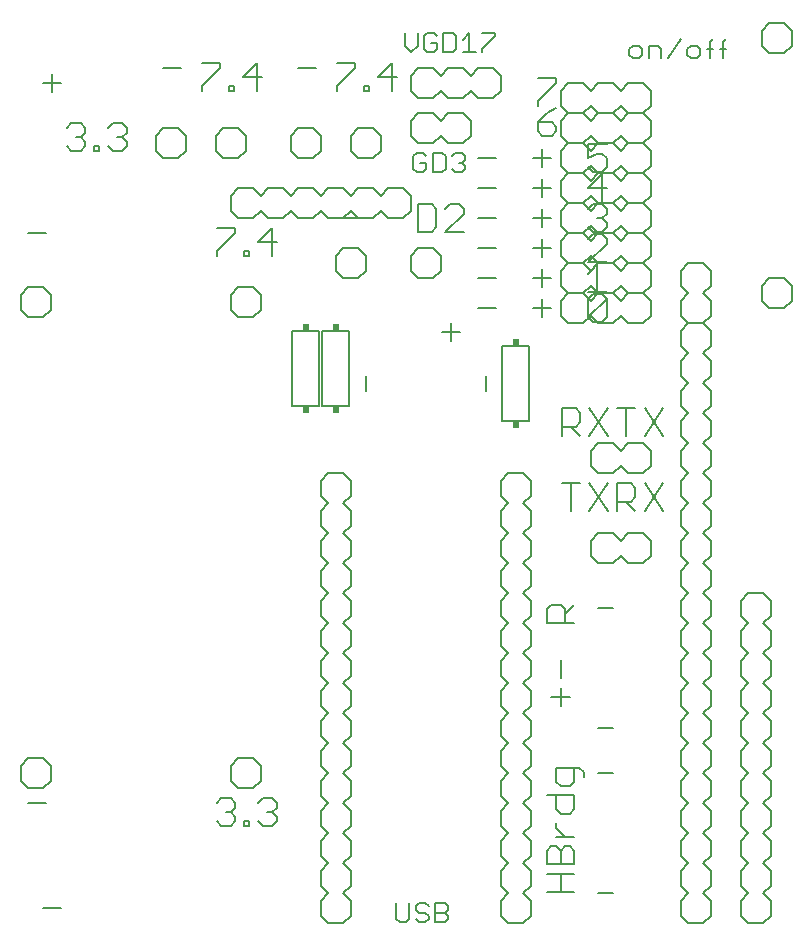
<source format=gbr>
G04 EAGLE Gerber RS-274X export*
G75*
%MOMM*%
%FSLAX34Y34*%
%LPD*%
%INSilkscreen Top*%
%IPPOS*%
%AMOC8*
5,1,8,0,0,1.08239X$1,22.5*%
G01*
%ADD10C,0.152400*%
%ADD11C,0.203200*%
%ADD12R,0.600000X0.555000*%


D10*
X330962Y42432D02*
X330962Y28874D01*
X333674Y26162D01*
X339097Y26162D01*
X341809Y28874D01*
X341809Y42432D01*
X355469Y42432D02*
X358180Y39720D01*
X355469Y42432D02*
X350045Y42432D01*
X347334Y39720D01*
X347334Y37009D01*
X350045Y34297D01*
X355469Y34297D01*
X358180Y31585D01*
X358180Y28874D01*
X355469Y26162D01*
X350045Y26162D01*
X347334Y28874D01*
X363705Y26162D02*
X363705Y42432D01*
X371840Y42432D01*
X374552Y39720D01*
X374552Y37009D01*
X371840Y34297D01*
X374552Y31585D01*
X374552Y28874D01*
X371840Y26162D01*
X363705Y26162D01*
X363705Y34297D02*
X371840Y34297D01*
D11*
X458196Y51816D02*
X481584Y51816D01*
X469890Y51816D02*
X469890Y67408D01*
X458196Y67408D02*
X481584Y67408D01*
X481584Y75204D02*
X458196Y75204D01*
X458196Y86898D01*
X462094Y90796D01*
X465992Y90796D01*
X469890Y86898D01*
X473788Y90796D01*
X477686Y90796D01*
X481584Y86898D01*
X481584Y75204D01*
X469890Y75204D02*
X469890Y86898D01*
X465992Y98592D02*
X481584Y98592D01*
X473788Y98592D02*
X465992Y106388D01*
X465992Y110286D01*
X458196Y133674D02*
X481584Y133674D01*
X481584Y121980D01*
X477686Y118082D01*
X469890Y118082D01*
X465992Y121980D01*
X465992Y133674D01*
X489380Y149266D02*
X489380Y153164D01*
X485482Y157062D01*
X465992Y157062D01*
X465992Y145368D01*
X469890Y141470D01*
X477686Y141470D01*
X481584Y145368D01*
X481584Y157062D01*
X469890Y209296D02*
X469890Y224888D01*
X462094Y217092D02*
X477686Y217092D01*
X469890Y232684D02*
X469890Y248276D01*
X481584Y279460D02*
X458196Y279460D01*
X458196Y291154D01*
X462094Y295052D01*
X469890Y295052D01*
X473788Y291154D01*
X473788Y279460D01*
X473788Y287256D02*
X481584Y295052D01*
X55714Y702584D02*
X51816Y698686D01*
X55714Y702584D02*
X63510Y702584D01*
X67408Y698686D01*
X67408Y694788D01*
X63510Y690890D01*
X59612Y690890D01*
X63510Y690890D02*
X67408Y686992D01*
X67408Y683094D01*
X63510Y679196D01*
X55714Y679196D01*
X51816Y683094D01*
X75204Y683094D02*
X75204Y679196D01*
X75204Y683094D02*
X79102Y683094D01*
X79102Y679196D01*
X75204Y679196D01*
X86898Y698686D02*
X90796Y702584D01*
X98592Y702584D01*
X102490Y698686D01*
X102490Y694788D01*
X98592Y690890D01*
X94694Y690890D01*
X98592Y690890D02*
X102490Y686992D01*
X102490Y683094D01*
X98592Y679196D01*
X90796Y679196D01*
X86898Y683094D01*
X47088Y38110D02*
X31496Y38110D01*
X31496Y736610D02*
X47088Y736610D01*
X39292Y744406D02*
X39292Y728814D01*
D10*
X338004Y768185D02*
X338004Y779032D01*
X338004Y768185D02*
X343427Y762762D01*
X348851Y768185D01*
X348851Y779032D01*
X362511Y779032D02*
X365222Y776320D01*
X362511Y779032D02*
X357087Y779032D01*
X354376Y776320D01*
X354376Y765474D01*
X357087Y762762D01*
X362511Y762762D01*
X365222Y765474D01*
X365222Y770897D01*
X359799Y770897D01*
X370747Y779032D02*
X370747Y762762D01*
X378882Y762762D01*
X381594Y765474D01*
X381594Y776320D01*
X378882Y779032D01*
X370747Y779032D01*
X387119Y773609D02*
X392542Y779032D01*
X392542Y762762D01*
X387119Y762762D02*
X397965Y762762D01*
X403490Y779032D02*
X414337Y779032D01*
X414337Y776320D01*
X403490Y765474D01*
X403490Y762762D01*
X353482Y677432D02*
X356194Y674720D01*
X353482Y677432D02*
X348059Y677432D01*
X345347Y674720D01*
X345347Y663874D01*
X348059Y661162D01*
X353482Y661162D01*
X356194Y663874D01*
X356194Y669297D01*
X350771Y669297D01*
X361719Y677432D02*
X361719Y661162D01*
X369854Y661162D01*
X372565Y663874D01*
X372565Y674720D01*
X369854Y677432D01*
X361719Y677432D01*
X378090Y674720D02*
X380802Y677432D01*
X386225Y677432D01*
X388937Y674720D01*
X388937Y672009D01*
X386225Y669297D01*
X383514Y669297D01*
X386225Y669297D02*
X388937Y666585D01*
X388937Y663874D01*
X386225Y661162D01*
X380802Y661162D01*
X378090Y663874D01*
D11*
X478712Y397784D02*
X478712Y374396D01*
X470916Y397784D02*
X486508Y397784D01*
X494304Y397784D02*
X509896Y374396D01*
X494304Y374396D02*
X509896Y397784D01*
X517692Y397784D02*
X517692Y374396D01*
X517692Y397784D02*
X529386Y397784D01*
X533284Y393886D01*
X533284Y386090D01*
X529386Y382192D01*
X517692Y382192D01*
X525488Y382192D02*
X533284Y374396D01*
X556672Y374396D02*
X541080Y397784D01*
X556672Y397784D02*
X541080Y374396D01*
X470916Y437896D02*
X470916Y461284D01*
X482610Y461284D01*
X486508Y457386D01*
X486508Y449590D01*
X482610Y445692D01*
X470916Y445692D01*
X478712Y445692D02*
X486508Y437896D01*
X509896Y437896D02*
X494304Y461284D01*
X509896Y461284D02*
X494304Y437896D01*
X525488Y437896D02*
X525488Y461284D01*
X517692Y461284D02*
X533284Y461284D01*
X541080Y461284D02*
X556672Y437896D01*
X541080Y437896D02*
X556672Y461284D01*
X194408Y613684D02*
X178816Y613684D01*
X194408Y613684D02*
X194408Y609786D01*
X178816Y594194D01*
X178816Y590296D01*
X202204Y590296D02*
X202204Y594194D01*
X206102Y594194D01*
X206102Y590296D01*
X202204Y590296D01*
X225592Y590296D02*
X225592Y613684D01*
X213898Y601990D01*
X229490Y601990D01*
X182714Y131084D02*
X178816Y127186D01*
X182714Y131084D02*
X190510Y131084D01*
X194408Y127186D01*
X194408Y123288D01*
X190510Y119390D01*
X186612Y119390D01*
X190510Y119390D02*
X194408Y115492D01*
X194408Y111594D01*
X190510Y107696D01*
X182714Y107696D01*
X178816Y111594D01*
X202204Y111594D02*
X202204Y107696D01*
X202204Y111594D02*
X206102Y111594D01*
X206102Y107696D01*
X202204Y107696D01*
X213898Y127186D02*
X217796Y131084D01*
X225592Y131084D01*
X229490Y127186D01*
X229490Y123288D01*
X225592Y119390D01*
X221694Y119390D01*
X225592Y119390D02*
X229490Y115492D01*
X229490Y111594D01*
X225592Y107696D01*
X217796Y107696D01*
X213898Y111594D01*
X34388Y609610D02*
X18796Y609610D01*
X18796Y127010D02*
X34388Y127010D01*
X133096Y749310D02*
X148688Y749310D01*
X247396Y749310D02*
X262988Y749310D01*
X280416Y753384D02*
X296008Y753384D01*
X296008Y749486D01*
X280416Y733894D01*
X280416Y729996D01*
X303804Y729996D02*
X303804Y733894D01*
X307702Y733894D01*
X307702Y729996D01*
X303804Y729996D01*
X327192Y729996D02*
X327192Y753384D01*
X315498Y741690D01*
X331090Y741690D01*
X181708Y753384D02*
X166116Y753384D01*
X181708Y753384D02*
X181708Y749486D01*
X166116Y733894D01*
X166116Y729996D01*
X189504Y729996D02*
X189504Y733894D01*
X193402Y733894D01*
X193402Y729996D01*
X189504Y729996D01*
X212892Y729996D02*
X212892Y753384D01*
X201198Y741690D01*
X216790Y741690D01*
X399796Y546110D02*
X415388Y546110D01*
X446572Y546110D02*
X462164Y546110D01*
X454368Y553906D02*
X454368Y538314D01*
X493348Y538314D02*
X493348Y553906D01*
X497246Y557804D01*
X505042Y557804D01*
X508940Y553906D01*
X508940Y538314D01*
X505042Y534416D01*
X497246Y534416D01*
X493348Y538314D01*
X508940Y553906D01*
X415388Y571510D02*
X399796Y571510D01*
X446572Y571510D02*
X462164Y571510D01*
X454368Y579306D02*
X454368Y563714D01*
X493348Y575408D02*
X501144Y583204D01*
X501144Y559816D01*
X493348Y559816D02*
X508940Y559816D01*
X415388Y596910D02*
X399796Y596910D01*
X446572Y596910D02*
X462164Y596910D01*
X454368Y604706D02*
X454368Y589114D01*
X493348Y585216D02*
X508940Y585216D01*
X493348Y585216D02*
X508940Y600808D01*
X508940Y604706D01*
X505042Y608604D01*
X497246Y608604D01*
X493348Y604706D01*
X415388Y622310D02*
X399796Y622310D01*
X446572Y622310D02*
X462164Y622310D01*
X454368Y630106D02*
X454368Y614514D01*
X493348Y630106D02*
X497246Y634004D01*
X505042Y634004D01*
X508940Y630106D01*
X508940Y626208D01*
X505042Y622310D01*
X501144Y622310D01*
X505042Y622310D02*
X508940Y618412D01*
X508940Y614514D01*
X505042Y610616D01*
X497246Y610616D01*
X493348Y614514D01*
X415388Y647710D02*
X399796Y647710D01*
X446572Y647710D02*
X462164Y647710D01*
X454368Y655506D02*
X454368Y639914D01*
X505042Y636016D02*
X505042Y659404D01*
X493348Y647710D01*
X508940Y647710D01*
X415388Y673110D02*
X399796Y673110D01*
X446572Y673110D02*
X462164Y673110D01*
X454368Y680906D02*
X454368Y665314D01*
X493348Y684804D02*
X508940Y684804D01*
X493348Y684804D02*
X493348Y673110D01*
X501144Y677008D01*
X505042Y677008D01*
X508940Y673110D01*
X508940Y665314D01*
X505042Y661416D01*
X497246Y661416D01*
X493348Y665314D01*
X384908Y525790D02*
X369316Y525790D01*
X377112Y533586D02*
X377112Y517994D01*
X301088Y622310D02*
X285496Y622310D01*
X348996Y634004D02*
X348996Y610616D01*
X360690Y610616D01*
X364588Y614514D01*
X364588Y630106D01*
X360690Y634004D01*
X348996Y634004D01*
X372384Y610616D02*
X387976Y610616D01*
X372384Y610616D02*
X387976Y626208D01*
X387976Y630106D01*
X384078Y634004D01*
X376282Y634004D01*
X372384Y630106D01*
D10*
X530838Y757682D02*
X536262Y757682D01*
X538973Y760394D01*
X538973Y765817D01*
X536262Y768529D01*
X530838Y768529D01*
X528127Y765817D01*
X528127Y760394D01*
X530838Y757682D01*
X544498Y757682D02*
X544498Y768529D01*
X552633Y768529D01*
X555345Y765817D01*
X555345Y757682D01*
X560870Y757682D02*
X571717Y773952D01*
X579953Y757682D02*
X585376Y757682D01*
X588088Y760394D01*
X588088Y765817D01*
X585376Y768529D01*
X579953Y768529D01*
X577242Y765817D01*
X577242Y760394D01*
X579953Y757682D01*
X596325Y757682D02*
X596325Y771240D01*
X599036Y773952D01*
X599036Y765817D02*
X593613Y765817D01*
X607239Y771240D02*
X607239Y757682D01*
X607239Y771240D02*
X609951Y773952D01*
X609951Y765817D02*
X604527Y765817D01*
D11*
X466188Y715284D02*
X458392Y711386D01*
X450596Y703590D01*
X450596Y695794D01*
X454494Y691896D01*
X462290Y691896D01*
X466188Y695794D01*
X466188Y699692D01*
X462290Y703590D01*
X450596Y703590D01*
X450596Y740684D02*
X466188Y740684D01*
X466188Y736786D01*
X450596Y721194D01*
X450596Y717296D01*
X292100Y247650D02*
X292100Y234950D01*
X285750Y228600D01*
X273050Y228600D02*
X266700Y234950D01*
X292100Y273050D02*
X285750Y279400D01*
X292100Y273050D02*
X292100Y260350D01*
X285750Y254000D01*
X273050Y254000D02*
X266700Y260350D01*
X266700Y273050D01*
X273050Y279400D01*
X285750Y254000D02*
X292100Y247650D01*
X273050Y254000D02*
X266700Y247650D01*
X266700Y234950D01*
X292100Y311150D02*
X292100Y323850D01*
X292100Y311150D02*
X285750Y304800D01*
X273050Y304800D02*
X266700Y311150D01*
X285750Y304800D02*
X292100Y298450D01*
X292100Y285750D01*
X285750Y279400D01*
X273050Y279400D02*
X266700Y285750D01*
X266700Y298450D01*
X273050Y304800D01*
X292100Y349250D02*
X285750Y355600D01*
X292100Y349250D02*
X292100Y336550D01*
X285750Y330200D01*
X273050Y330200D02*
X266700Y336550D01*
X266700Y349250D01*
X273050Y355600D01*
X285750Y330200D02*
X292100Y323850D01*
X273050Y330200D02*
X266700Y323850D01*
X266700Y311150D01*
X292100Y387350D02*
X292100Y400050D01*
X292100Y387350D02*
X285750Y381000D01*
X273050Y381000D02*
X266700Y387350D01*
X285750Y381000D02*
X292100Y374650D01*
X292100Y361950D01*
X285750Y355600D01*
X273050Y355600D02*
X266700Y361950D01*
X266700Y374650D01*
X273050Y381000D01*
X273050Y406400D02*
X285750Y406400D01*
X292100Y400050D01*
X273050Y406400D02*
X266700Y400050D01*
X266700Y387350D01*
X292100Y69850D02*
X292100Y57150D01*
X285750Y50800D01*
X273050Y50800D02*
X266700Y57150D01*
X292100Y95250D02*
X285750Y101600D01*
X292100Y95250D02*
X292100Y82550D01*
X285750Y76200D01*
X273050Y76200D02*
X266700Y82550D01*
X266700Y95250D01*
X273050Y101600D01*
X285750Y76200D02*
X292100Y69850D01*
X273050Y76200D02*
X266700Y69850D01*
X266700Y57150D01*
X292100Y133350D02*
X292100Y146050D01*
X292100Y133350D02*
X285750Y127000D01*
X273050Y127000D02*
X266700Y133350D01*
X285750Y127000D02*
X292100Y120650D01*
X292100Y107950D01*
X285750Y101600D01*
X273050Y101600D02*
X266700Y107950D01*
X266700Y120650D01*
X273050Y127000D01*
X292100Y171450D02*
X285750Y177800D01*
X292100Y171450D02*
X292100Y158750D01*
X285750Y152400D01*
X273050Y152400D02*
X266700Y158750D01*
X266700Y171450D01*
X273050Y177800D01*
X285750Y152400D02*
X292100Y146050D01*
X273050Y152400D02*
X266700Y146050D01*
X266700Y133350D01*
X292100Y209550D02*
X292100Y222250D01*
X292100Y209550D02*
X285750Y203200D01*
X273050Y203200D02*
X266700Y209550D01*
X285750Y203200D02*
X292100Y196850D01*
X292100Y184150D01*
X285750Y177800D01*
X273050Y177800D02*
X266700Y184150D01*
X266700Y196850D01*
X273050Y203200D01*
X292100Y222250D02*
X285750Y228600D01*
X273050Y228600D02*
X266700Y222250D01*
X266700Y209550D01*
X285750Y50800D02*
X292100Y44450D01*
X292100Y31750D01*
X285750Y25400D01*
X273050Y25400D01*
X266700Y31750D01*
X266700Y44450D01*
X273050Y50800D01*
X419100Y184150D02*
X419100Y196850D01*
X425450Y203200D01*
X438150Y203200D02*
X444500Y196850D01*
X419100Y158750D02*
X425450Y152400D01*
X419100Y158750D02*
X419100Y171450D01*
X425450Y177800D01*
X438150Y177800D02*
X444500Y171450D01*
X444500Y158750D01*
X438150Y152400D01*
X425450Y177800D02*
X419100Y184150D01*
X438150Y177800D02*
X444500Y184150D01*
X444500Y196850D01*
X419100Y120650D02*
X419100Y107950D01*
X419100Y120650D02*
X425450Y127000D01*
X438150Y127000D02*
X444500Y120650D01*
X425450Y127000D02*
X419100Y133350D01*
X419100Y146050D01*
X425450Y152400D01*
X438150Y152400D02*
X444500Y146050D01*
X444500Y133350D01*
X438150Y127000D01*
X419100Y82550D02*
X425450Y76200D01*
X419100Y82550D02*
X419100Y95250D01*
X425450Y101600D01*
X438150Y101600D02*
X444500Y95250D01*
X444500Y82550D01*
X438150Y76200D01*
X425450Y101600D02*
X419100Y107950D01*
X438150Y101600D02*
X444500Y107950D01*
X444500Y120650D01*
X419100Y44450D02*
X419100Y31750D01*
X419100Y44450D02*
X425450Y50800D01*
X438150Y50800D02*
X444500Y44450D01*
X425450Y50800D02*
X419100Y57150D01*
X419100Y69850D01*
X425450Y76200D01*
X438150Y76200D02*
X444500Y69850D01*
X444500Y57150D01*
X438150Y50800D01*
X438150Y25400D02*
X425450Y25400D01*
X419100Y31750D01*
X438150Y25400D02*
X444500Y31750D01*
X444500Y44450D01*
X419100Y361950D02*
X419100Y374650D01*
X425450Y381000D01*
X438150Y381000D02*
X444500Y374650D01*
X419100Y336550D02*
X425450Y330200D01*
X419100Y336550D02*
X419100Y349250D01*
X425450Y355600D01*
X438150Y355600D02*
X444500Y349250D01*
X444500Y336550D01*
X438150Y330200D01*
X425450Y355600D02*
X419100Y361950D01*
X438150Y355600D02*
X444500Y361950D01*
X444500Y374650D01*
X419100Y298450D02*
X419100Y285750D01*
X419100Y298450D02*
X425450Y304800D01*
X438150Y304800D02*
X444500Y298450D01*
X425450Y304800D02*
X419100Y311150D01*
X419100Y323850D01*
X425450Y330200D01*
X438150Y330200D02*
X444500Y323850D01*
X444500Y311150D01*
X438150Y304800D01*
X419100Y260350D02*
X425450Y254000D01*
X419100Y260350D02*
X419100Y273050D01*
X425450Y279400D01*
X438150Y279400D02*
X444500Y273050D01*
X444500Y260350D01*
X438150Y254000D01*
X425450Y279400D02*
X419100Y285750D01*
X438150Y279400D02*
X444500Y285750D01*
X444500Y298450D01*
X419100Y222250D02*
X419100Y209550D01*
X419100Y222250D02*
X425450Y228600D01*
X438150Y228600D02*
X444500Y222250D01*
X425450Y228600D02*
X419100Y234950D01*
X419100Y247650D01*
X425450Y254000D01*
X438150Y254000D02*
X444500Y247650D01*
X444500Y234950D01*
X438150Y228600D01*
X419100Y209550D02*
X425450Y203200D01*
X438150Y203200D02*
X444500Y209550D01*
X444500Y222250D01*
X425450Y381000D02*
X419100Y387350D01*
X419100Y400050D01*
X425450Y406400D01*
X438150Y406400D01*
X444500Y400050D01*
X444500Y387350D01*
X438150Y381000D01*
X501650Y50800D02*
X514350Y50800D01*
X514350Y152400D02*
X501650Y152400D01*
X501650Y190500D02*
X514350Y190500D01*
X514350Y292100D02*
X501650Y292100D01*
X393700Y742950D02*
X400050Y749300D01*
X412750Y749300D01*
X419100Y742950D01*
X419100Y730250D02*
X412750Y723900D01*
X400050Y723900D01*
X393700Y730250D01*
X361950Y749300D02*
X349250Y749300D01*
X361950Y749300D02*
X368300Y742950D01*
X368300Y730250D02*
X361950Y723900D01*
X368300Y742950D02*
X374650Y749300D01*
X387350Y749300D01*
X393700Y742950D01*
X393700Y730250D02*
X387350Y723900D01*
X374650Y723900D01*
X368300Y730250D01*
X342900Y730250D02*
X342900Y742950D01*
X349250Y749300D01*
X342900Y730250D02*
X349250Y723900D01*
X361950Y723900D01*
X419100Y730250D02*
X419100Y742950D01*
X361950Y711200D02*
X349250Y711200D01*
X361950Y711200D02*
X368300Y704850D01*
X368300Y692150D02*
X361950Y685800D01*
X368300Y704850D02*
X374650Y711200D01*
X387350Y711200D01*
X393700Y704850D01*
X393700Y692150D02*
X387350Y685800D01*
X374650Y685800D01*
X368300Y692150D01*
X342900Y692150D02*
X342900Y704850D01*
X349250Y711200D01*
X342900Y692150D02*
X349250Y685800D01*
X361950Y685800D01*
X393700Y692150D02*
X393700Y704850D01*
X571500Y196850D02*
X571500Y184150D01*
X571500Y196850D02*
X577850Y203200D01*
X590550Y203200D02*
X596900Y196850D01*
X571500Y158750D02*
X577850Y152400D01*
X571500Y158750D02*
X571500Y171450D01*
X577850Y177800D01*
X590550Y177800D02*
X596900Y171450D01*
X596900Y158750D01*
X590550Y152400D01*
X577850Y177800D02*
X571500Y184150D01*
X590550Y177800D02*
X596900Y184150D01*
X596900Y196850D01*
X571500Y120650D02*
X571500Y107950D01*
X571500Y120650D02*
X577850Y127000D01*
X590550Y127000D02*
X596900Y120650D01*
X577850Y127000D02*
X571500Y133350D01*
X571500Y146050D01*
X577850Y152400D01*
X590550Y152400D02*
X596900Y146050D01*
X596900Y133350D01*
X590550Y127000D01*
X571500Y82550D02*
X577850Y76200D01*
X571500Y82550D02*
X571500Y95250D01*
X577850Y101600D01*
X590550Y101600D02*
X596900Y95250D01*
X596900Y82550D01*
X590550Y76200D01*
X577850Y101600D02*
X571500Y107950D01*
X590550Y101600D02*
X596900Y107950D01*
X596900Y120650D01*
X571500Y44450D02*
X571500Y31750D01*
X571500Y44450D02*
X577850Y50800D01*
X590550Y50800D02*
X596900Y44450D01*
X577850Y50800D02*
X571500Y57150D01*
X571500Y69850D01*
X577850Y76200D01*
X590550Y76200D02*
X596900Y69850D01*
X596900Y57150D01*
X590550Y50800D01*
X590550Y25400D02*
X577850Y25400D01*
X571500Y31750D01*
X590550Y25400D02*
X596900Y31750D01*
X596900Y44450D01*
X571500Y361950D02*
X571500Y374650D01*
X577850Y381000D01*
X590550Y381000D02*
X596900Y374650D01*
X571500Y336550D02*
X577850Y330200D01*
X571500Y336550D02*
X571500Y349250D01*
X577850Y355600D01*
X590550Y355600D02*
X596900Y349250D01*
X596900Y336550D01*
X590550Y330200D01*
X577850Y355600D02*
X571500Y361950D01*
X590550Y355600D02*
X596900Y361950D01*
X596900Y374650D01*
X571500Y298450D02*
X571500Y285750D01*
X571500Y298450D02*
X577850Y304800D01*
X590550Y304800D02*
X596900Y298450D01*
X577850Y304800D02*
X571500Y311150D01*
X571500Y323850D01*
X577850Y330200D01*
X590550Y330200D02*
X596900Y323850D01*
X596900Y311150D01*
X590550Y304800D01*
X571500Y260350D02*
X577850Y254000D01*
X571500Y260350D02*
X571500Y273050D01*
X577850Y279400D01*
X590550Y279400D02*
X596900Y273050D01*
X596900Y260350D01*
X590550Y254000D01*
X577850Y279400D02*
X571500Y285750D01*
X590550Y279400D02*
X596900Y285750D01*
X596900Y298450D01*
X571500Y222250D02*
X571500Y209550D01*
X571500Y222250D02*
X577850Y228600D01*
X590550Y228600D02*
X596900Y222250D01*
X577850Y228600D02*
X571500Y234950D01*
X571500Y247650D01*
X577850Y254000D01*
X590550Y254000D02*
X596900Y247650D01*
X596900Y234950D01*
X590550Y228600D01*
X571500Y209550D02*
X577850Y203200D01*
X590550Y203200D02*
X596900Y209550D01*
X596900Y222250D01*
X577850Y381000D02*
X571500Y387350D01*
X571500Y400050D01*
X577850Y406400D01*
X590550Y406400D02*
X596900Y400050D01*
X596900Y387350D01*
X590550Y381000D01*
X577850Y406400D02*
X571500Y412750D01*
X571500Y425450D01*
X577850Y431800D01*
X590550Y431800D02*
X596900Y425450D01*
X596900Y412750D01*
X590550Y406400D01*
X577850Y431800D02*
X571500Y438150D01*
X571500Y450850D01*
X577850Y457200D01*
X590550Y457200D02*
X596900Y450850D01*
X596900Y438150D01*
X590550Y431800D01*
X577850Y457200D02*
X571500Y463550D01*
X571500Y476250D01*
X577850Y482600D01*
X590550Y482600D02*
X596900Y476250D01*
X596900Y463550D01*
X590550Y457200D01*
X577850Y482600D02*
X571500Y488950D01*
X571500Y501650D01*
X577850Y508000D01*
X590550Y508000D02*
X596900Y501650D01*
X596900Y488950D01*
X590550Y482600D01*
X577850Y508000D02*
X571500Y514350D01*
X571500Y527050D01*
X577850Y533400D01*
X590550Y533400D01*
X596900Y527050D01*
X596900Y514350D01*
X590550Y508000D01*
X571500Y539750D02*
X571500Y552450D01*
X577850Y558800D01*
X590550Y558800D02*
X596900Y552450D01*
X577850Y558800D02*
X571500Y565150D01*
X571500Y577850D01*
X577850Y584200D01*
X590550Y584200D02*
X596900Y577850D01*
X596900Y565150D01*
X590550Y558800D01*
X590550Y533400D02*
X577850Y533400D01*
X571500Y539750D01*
X590550Y533400D02*
X596900Y539750D01*
X596900Y552450D01*
X590550Y584200D02*
X577850Y584200D01*
X514350Y431800D02*
X501650Y431800D01*
X514350Y431800D02*
X520700Y425450D01*
X520700Y412750D02*
X514350Y406400D01*
X520700Y425450D02*
X527050Y431800D01*
X539750Y431800D01*
X546100Y425450D01*
X546100Y412750D02*
X539750Y406400D01*
X527050Y406400D01*
X520700Y412750D01*
X495300Y412750D02*
X495300Y425450D01*
X501650Y431800D01*
X495300Y412750D02*
X501650Y406400D01*
X514350Y406400D01*
X546100Y412750D02*
X546100Y425450D01*
X514350Y355600D02*
X501650Y355600D01*
X514350Y355600D02*
X520700Y349250D01*
X520700Y336550D02*
X514350Y330200D01*
X520700Y349250D02*
X527050Y355600D01*
X539750Y355600D01*
X546100Y349250D01*
X546100Y336550D02*
X539750Y330200D01*
X527050Y330200D01*
X520700Y336550D01*
X495300Y336550D02*
X495300Y349250D01*
X501650Y355600D01*
X495300Y336550D02*
X501650Y330200D01*
X514350Y330200D01*
X546100Y336550D02*
X546100Y349250D01*
X215900Y557530D02*
X209550Y563880D01*
X196850Y563880D01*
X190500Y557530D01*
X190500Y544830D01*
X196850Y538480D01*
X209550Y538480D01*
X215900Y544830D01*
X215900Y557530D01*
X209550Y165100D02*
X215900Y158750D01*
X209550Y165100D02*
X196850Y165100D01*
X190500Y158750D01*
X190500Y146050D01*
X196850Y139700D01*
X209550Y139700D01*
X215900Y146050D01*
X215900Y158750D01*
X38100Y557530D02*
X31750Y563880D01*
X19050Y563880D01*
X12700Y557530D01*
X12700Y544830D01*
X19050Y538480D01*
X31750Y538480D01*
X38100Y544830D01*
X38100Y557530D01*
X31750Y165100D02*
X38100Y158750D01*
X31750Y165100D02*
X19050Y165100D01*
X12700Y158750D01*
X12700Y146050D01*
X19050Y139700D01*
X31750Y139700D01*
X38100Y146050D01*
X38100Y158750D01*
X152400Y692150D02*
X146050Y698500D01*
X133350Y698500D01*
X127000Y692150D01*
X127000Y679450D01*
X133350Y673100D01*
X146050Y673100D01*
X152400Y679450D01*
X152400Y692150D01*
X196850Y698500D02*
X203200Y692150D01*
X196850Y698500D02*
X184150Y698500D01*
X177800Y692150D01*
X177800Y679450D01*
X184150Y673100D01*
X196850Y673100D01*
X203200Y679450D01*
X203200Y692150D01*
X311150Y698500D02*
X317500Y692150D01*
X311150Y698500D02*
X298450Y698500D01*
X292100Y692150D01*
X292100Y679450D01*
X298450Y673100D01*
X311150Y673100D01*
X317500Y679450D01*
X317500Y692150D01*
X266700Y692150D02*
X260350Y698500D01*
X247650Y698500D01*
X241300Y692150D01*
X241300Y679450D01*
X247650Y673100D01*
X260350Y673100D01*
X266700Y679450D01*
X266700Y692150D01*
X520700Y552450D02*
X527050Y558800D01*
X539750Y558800D01*
X546100Y552450D01*
X546100Y539750D02*
X539750Y533400D01*
X527050Y533400D01*
X520700Y539750D01*
X488950Y558800D02*
X476250Y558800D01*
X488950Y558800D02*
X495300Y552450D01*
X495300Y539750D02*
X488950Y533400D01*
X495300Y552450D02*
X501650Y558800D01*
X514350Y558800D01*
X520700Y552450D01*
X520700Y539750D02*
X514350Y533400D01*
X501650Y533400D01*
X495300Y539750D01*
X469900Y539750D02*
X469900Y552450D01*
X476250Y558800D01*
X469900Y539750D02*
X476250Y533400D01*
X488950Y533400D01*
X546100Y539750D02*
X546100Y552450D01*
X520700Y577850D02*
X527050Y584200D01*
X539750Y584200D01*
X546100Y577850D01*
X546100Y565150D02*
X539750Y558800D01*
X527050Y558800D01*
X520700Y565150D01*
X488950Y584200D02*
X476250Y584200D01*
X488950Y584200D02*
X495300Y577850D01*
X495300Y565150D02*
X488950Y558800D01*
X495300Y577850D02*
X501650Y584200D01*
X514350Y584200D01*
X520700Y577850D01*
X520700Y565150D02*
X514350Y558800D01*
X501650Y558800D01*
X495300Y565150D01*
X469900Y565150D02*
X469900Y577850D01*
X476250Y584200D01*
X469900Y565150D02*
X476250Y558800D01*
X488950Y558800D01*
X546100Y565150D02*
X546100Y577850D01*
X520700Y603250D02*
X527050Y609600D01*
X539750Y609600D01*
X546100Y603250D01*
X546100Y590550D02*
X539750Y584200D01*
X527050Y584200D01*
X520700Y590550D01*
X488950Y609600D02*
X476250Y609600D01*
X488950Y609600D02*
X495300Y603250D01*
X495300Y590550D02*
X488950Y584200D01*
X495300Y603250D02*
X501650Y609600D01*
X514350Y609600D01*
X520700Y603250D01*
X520700Y590550D02*
X514350Y584200D01*
X501650Y584200D01*
X495300Y590550D01*
X469900Y590550D02*
X469900Y603250D01*
X476250Y609600D01*
X469900Y590550D02*
X476250Y584200D01*
X488950Y584200D01*
X546100Y590550D02*
X546100Y603250D01*
X520700Y628650D02*
X527050Y635000D01*
X539750Y635000D01*
X546100Y628650D01*
X546100Y615950D02*
X539750Y609600D01*
X527050Y609600D01*
X520700Y615950D01*
X488950Y635000D02*
X476250Y635000D01*
X488950Y635000D02*
X495300Y628650D01*
X495300Y615950D02*
X488950Y609600D01*
X495300Y628650D02*
X501650Y635000D01*
X514350Y635000D01*
X520700Y628650D01*
X520700Y615950D02*
X514350Y609600D01*
X501650Y609600D01*
X495300Y615950D01*
X469900Y615950D02*
X469900Y628650D01*
X476250Y635000D01*
X469900Y615950D02*
X476250Y609600D01*
X488950Y609600D01*
X546100Y615950D02*
X546100Y628650D01*
X520700Y654050D02*
X527050Y660400D01*
X539750Y660400D01*
X546100Y654050D01*
X546100Y641350D02*
X539750Y635000D01*
X527050Y635000D01*
X520700Y641350D01*
X488950Y660400D02*
X476250Y660400D01*
X488950Y660400D02*
X495300Y654050D01*
X495300Y641350D02*
X488950Y635000D01*
X495300Y654050D02*
X501650Y660400D01*
X514350Y660400D01*
X520700Y654050D01*
X520700Y641350D02*
X514350Y635000D01*
X501650Y635000D01*
X495300Y641350D01*
X469900Y641350D02*
X469900Y654050D01*
X476250Y660400D01*
X469900Y641350D02*
X476250Y635000D01*
X488950Y635000D01*
X546100Y641350D02*
X546100Y654050D01*
X520700Y679450D02*
X527050Y685800D01*
X539750Y685800D01*
X546100Y679450D01*
X546100Y666750D02*
X539750Y660400D01*
X527050Y660400D01*
X520700Y666750D01*
X488950Y685800D02*
X476250Y685800D01*
X488950Y685800D02*
X495300Y679450D01*
X495300Y666750D02*
X488950Y660400D01*
X495300Y679450D02*
X501650Y685800D01*
X514350Y685800D01*
X520700Y679450D01*
X520700Y666750D02*
X514350Y660400D01*
X501650Y660400D01*
X495300Y666750D01*
X469900Y666750D02*
X469900Y679450D01*
X476250Y685800D01*
X469900Y666750D02*
X476250Y660400D01*
X488950Y660400D01*
X546100Y666750D02*
X546100Y679450D01*
X520700Y704850D02*
X527050Y711200D01*
X539750Y711200D01*
X546100Y704850D01*
X546100Y692150D02*
X539750Y685800D01*
X527050Y685800D01*
X520700Y692150D01*
X488950Y711200D02*
X476250Y711200D01*
X488950Y711200D02*
X495300Y704850D01*
X495300Y692150D02*
X488950Y685800D01*
X495300Y704850D02*
X501650Y711200D01*
X514350Y711200D01*
X520700Y704850D01*
X520700Y692150D02*
X514350Y685800D01*
X501650Y685800D01*
X495300Y692150D01*
X469900Y692150D02*
X469900Y704850D01*
X476250Y711200D01*
X469900Y692150D02*
X476250Y685800D01*
X488950Y685800D01*
X546100Y692150D02*
X546100Y704850D01*
X520700Y730250D02*
X527050Y736600D01*
X539750Y736600D01*
X546100Y730250D01*
X546100Y717550D02*
X539750Y711200D01*
X527050Y711200D01*
X520700Y717550D01*
X488950Y736600D02*
X476250Y736600D01*
X488950Y736600D02*
X495300Y730250D01*
X495300Y717550D02*
X488950Y711200D01*
X495300Y730250D02*
X501650Y736600D01*
X514350Y736600D01*
X520700Y730250D01*
X520700Y717550D02*
X514350Y711200D01*
X501650Y711200D01*
X495300Y717550D01*
X469900Y717550D02*
X469900Y730250D01*
X476250Y736600D01*
X469900Y717550D02*
X476250Y711200D01*
X488950Y711200D01*
X546100Y717550D02*
X546100Y730250D01*
X647700Y146050D02*
X647700Y133350D01*
X641350Y127000D01*
X628650Y127000D02*
X622300Y133350D01*
X647700Y171450D02*
X641350Y177800D01*
X647700Y171450D02*
X647700Y158750D01*
X641350Y152400D01*
X628650Y152400D02*
X622300Y158750D01*
X622300Y171450D01*
X628650Y177800D01*
X641350Y152400D02*
X647700Y146050D01*
X628650Y152400D02*
X622300Y146050D01*
X622300Y133350D01*
X647700Y209550D02*
X647700Y222250D01*
X647700Y209550D02*
X641350Y203200D01*
X628650Y203200D02*
X622300Y209550D01*
X641350Y203200D02*
X647700Y196850D01*
X647700Y184150D01*
X641350Y177800D01*
X628650Y177800D02*
X622300Y184150D01*
X622300Y196850D01*
X628650Y203200D01*
X647700Y247650D02*
X641350Y254000D01*
X647700Y247650D02*
X647700Y234950D01*
X641350Y228600D01*
X628650Y228600D02*
X622300Y234950D01*
X622300Y247650D01*
X628650Y254000D01*
X641350Y228600D02*
X647700Y222250D01*
X628650Y228600D02*
X622300Y222250D01*
X622300Y209550D01*
X647700Y285750D02*
X647700Y298450D01*
X647700Y285750D02*
X641350Y279400D01*
X628650Y279400D02*
X622300Y285750D01*
X641350Y279400D02*
X647700Y273050D01*
X647700Y260350D01*
X641350Y254000D01*
X628650Y254000D02*
X622300Y260350D01*
X622300Y273050D01*
X628650Y279400D01*
X628650Y304800D02*
X641350Y304800D01*
X647700Y298450D01*
X628650Y304800D02*
X622300Y298450D01*
X622300Y285750D01*
X647700Y120650D02*
X647700Y107950D01*
X641350Y101600D01*
X628650Y101600D02*
X622300Y107950D01*
X641350Y127000D02*
X647700Y120650D01*
X628650Y127000D02*
X622300Y120650D01*
X622300Y107950D01*
X647700Y95250D02*
X647700Y82550D01*
X641350Y76200D01*
X628650Y76200D02*
X622300Y82550D01*
X641350Y101600D02*
X647700Y95250D01*
X628650Y101600D02*
X622300Y95250D01*
X622300Y82550D01*
X647700Y69850D02*
X647700Y57150D01*
X641350Y50800D01*
X628650Y50800D02*
X622300Y57150D01*
X641350Y76200D02*
X647700Y69850D01*
X628650Y76200D02*
X622300Y69850D01*
X622300Y57150D01*
X647700Y44450D02*
X647700Y31750D01*
X641350Y25400D01*
X628650Y25400D01*
X622300Y31750D01*
X641350Y50800D02*
X647700Y44450D01*
X628650Y50800D02*
X622300Y44450D01*
X622300Y31750D01*
X406400Y476250D02*
X406400Y488950D01*
X304800Y488950D02*
X304800Y476250D01*
X368300Y590550D02*
X361950Y596900D01*
X349250Y596900D01*
X342900Y590550D01*
X342900Y577850D01*
X349250Y571500D01*
X361950Y571500D01*
X368300Y577850D01*
X368300Y590550D01*
X304800Y590550D02*
X298450Y596900D01*
X285750Y596900D01*
X279400Y590550D01*
X279400Y577850D01*
X285750Y571500D01*
X298450Y571500D01*
X304800Y577850D01*
X304800Y590550D01*
D10*
X265250Y527100D02*
X265250Y463500D01*
X242750Y463500D02*
X242750Y527100D01*
X242750Y463500D02*
X265250Y463500D01*
X265250Y527100D02*
X242750Y527100D01*
D12*
X254000Y459975D03*
X254000Y530625D03*
D10*
X290650Y527100D02*
X290650Y463500D01*
X268150Y463500D02*
X268150Y527100D01*
X268150Y463500D02*
X290650Y463500D01*
X290650Y527100D02*
X268150Y527100D01*
D12*
X279400Y459975D03*
X279400Y530625D03*
D10*
X420550Y514400D02*
X420550Y450800D01*
X443050Y450800D02*
X443050Y514400D01*
X420550Y514400D01*
X420550Y450800D02*
X443050Y450800D01*
D12*
X431800Y517925D03*
X431800Y447275D03*
D11*
X215900Y628650D02*
X209550Y622300D01*
X196850Y622300D01*
X190500Y628650D01*
X190500Y641350D02*
X196850Y647700D01*
X209550Y647700D01*
X215900Y641350D01*
X247650Y622300D02*
X260350Y622300D01*
X247650Y622300D02*
X241300Y628650D01*
X241300Y641350D02*
X247650Y647700D01*
X241300Y628650D02*
X234950Y622300D01*
X222250Y622300D01*
X215900Y628650D01*
X215900Y641350D02*
X222250Y647700D01*
X234950Y647700D01*
X241300Y641350D01*
X285750Y622300D02*
X292100Y628650D01*
X285750Y622300D02*
X273050Y622300D01*
X266700Y628650D01*
X266700Y641350D02*
X273050Y647700D01*
X285750Y647700D01*
X292100Y641350D01*
X266700Y628650D02*
X260350Y622300D01*
X266700Y641350D02*
X260350Y647700D01*
X247650Y647700D01*
X323850Y622300D02*
X336550Y622300D01*
X323850Y622300D02*
X317500Y628650D01*
X317500Y641350D02*
X323850Y647700D01*
X317500Y628650D02*
X311150Y622300D01*
X298450Y622300D01*
X292100Y628650D01*
X292100Y641350D02*
X298450Y647700D01*
X311150Y647700D01*
X317500Y641350D01*
X342900Y641350D02*
X342900Y628650D01*
X336550Y622300D01*
X342900Y641350D02*
X336550Y647700D01*
X323850Y647700D01*
X190500Y641350D02*
X190500Y628650D01*
X659130Y787400D02*
X665480Y781050D01*
X659130Y787400D02*
X646430Y787400D01*
X640080Y781050D01*
X640080Y768350D01*
X646430Y762000D01*
X659130Y762000D01*
X665480Y768350D01*
X665480Y781050D01*
X659130Y571500D02*
X665480Y565150D01*
X659130Y571500D02*
X646430Y571500D01*
X640080Y565150D01*
X640080Y552450D01*
X646430Y546100D01*
X659130Y546100D01*
X665480Y552450D01*
X665480Y565150D01*
M02*

</source>
